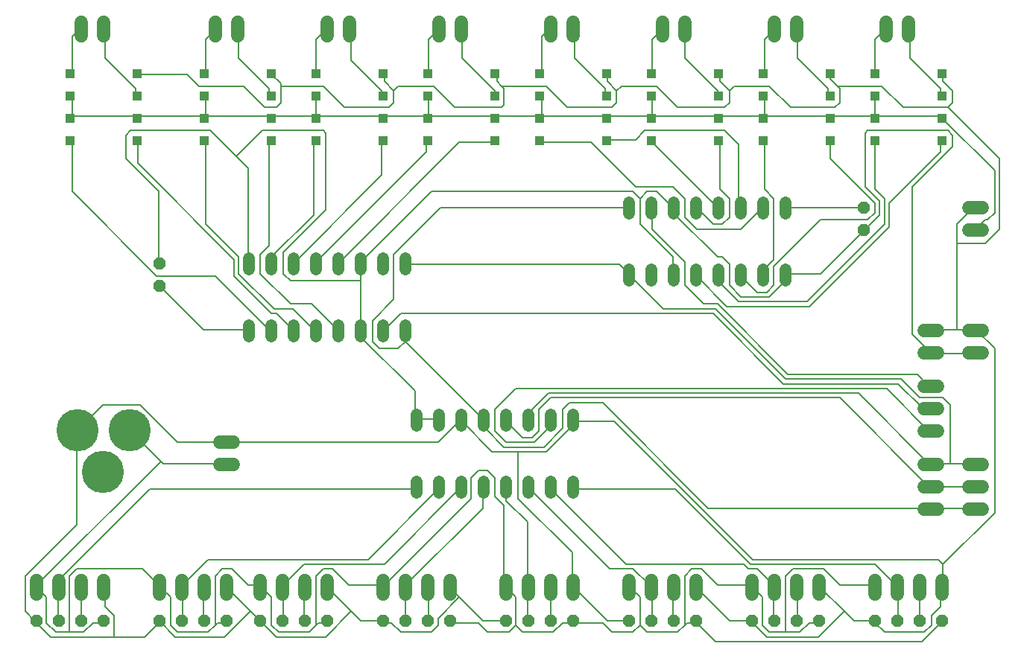
<source format=gbr>
G04 EAGLE Gerber RS-274X export*
G75*
%MOMM*%
%FSLAX34Y34*%
%LPD*%
%INBottom Copper*%
%IPPOS*%
%AMOC8*
5,1,8,0,0,1.08239X$1,22.5*%
G01*
%ADD10C,1.524000*%
%ADD11P,1.429621X8X112.500000*%
%ADD12P,1.429621X8X292.500000*%
%ADD13C,1.320800*%
%ADD14P,1.429621X8X22.500000*%
%ADD15C,4.800000*%
%ADD16R,1.108000X1.108000*%
%ADD17C,0.152400*%


D10*
X1137920Y368300D02*
X1122680Y368300D01*
X1122680Y393700D02*
X1137920Y393700D01*
X1137920Y241300D02*
X1122680Y241300D01*
X1122680Y215900D02*
X1137920Y215900D01*
X1137920Y190500D02*
X1122680Y190500D01*
X1087120Y241300D02*
X1071880Y241300D01*
X1071880Y215900D02*
X1087120Y215900D01*
X1087120Y190500D02*
X1071880Y190500D01*
D11*
X1003300Y508000D03*
X1003300Y533400D03*
D12*
X203200Y469900D03*
X203200Y444500D03*
D10*
X1071880Y330200D02*
X1087120Y330200D01*
X1087120Y304800D02*
X1071880Y304800D01*
X1071880Y279400D02*
X1087120Y279400D01*
X1087120Y368300D02*
X1071880Y368300D01*
X1071880Y393700D02*
X1087120Y393700D01*
D13*
X914400Y526796D02*
X914400Y540004D01*
X889000Y540004D02*
X889000Y526796D01*
X812800Y526796D02*
X812800Y540004D01*
X787400Y540004D02*
X787400Y526796D01*
X863600Y526796D02*
X863600Y540004D01*
X838200Y540004D02*
X838200Y526796D01*
X762000Y526796D02*
X762000Y540004D01*
X736600Y540004D02*
X736600Y526796D01*
X736600Y463804D02*
X736600Y450596D01*
X762000Y450596D02*
X762000Y463804D01*
X787400Y463804D02*
X787400Y450596D01*
X812800Y450596D02*
X812800Y463804D01*
X838200Y463804D02*
X838200Y450596D01*
X863600Y450596D02*
X863600Y463804D01*
X889000Y463804D02*
X889000Y450596D01*
X914400Y450596D02*
X914400Y463804D01*
X304800Y400304D02*
X304800Y387096D01*
X330200Y387096D02*
X330200Y400304D01*
X406400Y400304D02*
X406400Y387096D01*
X431800Y387096D02*
X431800Y400304D01*
X355600Y400304D02*
X355600Y387096D01*
X381000Y387096D02*
X381000Y400304D01*
X457200Y400304D02*
X457200Y387096D01*
X482600Y387096D02*
X482600Y400304D01*
X482600Y463296D02*
X482600Y476504D01*
X457200Y476504D02*
X457200Y463296D01*
X431800Y463296D02*
X431800Y476504D01*
X406400Y476504D02*
X406400Y463296D01*
X381000Y463296D02*
X381000Y476504D01*
X355600Y476504D02*
X355600Y463296D01*
X330200Y463296D02*
X330200Y476504D01*
X304800Y476504D02*
X304800Y463296D01*
D10*
X546100Y728980D02*
X546100Y744220D01*
X520700Y744220D02*
X520700Y728980D01*
X419100Y728980D02*
X419100Y744220D01*
X393700Y744220D02*
X393700Y728980D01*
X1054100Y728980D02*
X1054100Y744220D01*
X1028700Y744220D02*
X1028700Y728980D01*
X927100Y728980D02*
X927100Y744220D01*
X901700Y744220D02*
X901700Y728980D01*
X292100Y728980D02*
X292100Y744220D01*
X266700Y744220D02*
X266700Y728980D01*
X139700Y728980D02*
X139700Y744220D01*
X114300Y744220D02*
X114300Y728980D01*
X800100Y728980D02*
X800100Y744220D01*
X774700Y744220D02*
X774700Y728980D01*
X673100Y728980D02*
X673100Y744220D01*
X647700Y744220D02*
X647700Y728980D01*
D13*
X495300Y222504D02*
X495300Y209296D01*
X520700Y209296D02*
X520700Y222504D01*
X596900Y222504D02*
X596900Y209296D01*
X622300Y209296D02*
X622300Y222504D01*
X546100Y222504D02*
X546100Y209296D01*
X571500Y209296D02*
X571500Y222504D01*
X647700Y222504D02*
X647700Y209296D01*
X673100Y209296D02*
X673100Y222504D01*
X673100Y285496D02*
X673100Y298704D01*
X647700Y298704D02*
X647700Y285496D01*
X622300Y285496D02*
X622300Y298704D01*
X596900Y298704D02*
X596900Y285496D01*
X571500Y285496D02*
X571500Y298704D01*
X546100Y298704D02*
X546100Y285496D01*
X520700Y285496D02*
X520700Y298704D01*
X495300Y298704D02*
X495300Y285496D01*
D10*
X1016000Y109220D02*
X1016000Y93980D01*
X1041400Y93980D02*
X1041400Y109220D01*
X876300Y109220D02*
X876300Y93980D01*
X901700Y93980D02*
X901700Y109220D01*
X736600Y109220D02*
X736600Y93980D01*
X762000Y93980D02*
X762000Y109220D01*
X596900Y109220D02*
X596900Y93980D01*
X622300Y93980D02*
X622300Y109220D01*
X457200Y109220D02*
X457200Y93980D01*
X482600Y93980D02*
X482600Y109220D01*
X317500Y109220D02*
X317500Y93980D01*
X342900Y93980D02*
X342900Y109220D01*
X203200Y109220D02*
X203200Y93980D01*
X228600Y93980D02*
X228600Y109220D01*
X63500Y109220D02*
X63500Y93980D01*
X88900Y93980D02*
X88900Y109220D01*
X1092200Y109220D02*
X1092200Y93980D01*
X1066800Y93980D02*
X1066800Y109220D01*
X952500Y109220D02*
X952500Y93980D01*
X927100Y93980D02*
X927100Y109220D01*
X812800Y109220D02*
X812800Y93980D01*
X787400Y93980D02*
X787400Y109220D01*
X673100Y109220D02*
X673100Y93980D01*
X647700Y93980D02*
X647700Y109220D01*
X533400Y109220D02*
X533400Y93980D01*
X508000Y93980D02*
X508000Y109220D01*
X393700Y109220D02*
X393700Y93980D01*
X368300Y93980D02*
X368300Y109220D01*
X279400Y109220D02*
X279400Y93980D01*
X254000Y93980D02*
X254000Y109220D01*
X139700Y109220D02*
X139700Y93980D01*
X114300Y93980D02*
X114300Y109220D01*
D14*
X1016000Y63500D03*
X1041400Y63500D03*
X508000Y63500D03*
X533400Y63500D03*
X317500Y63500D03*
X342900Y63500D03*
X368300Y63500D03*
X393700Y63500D03*
X203200Y63500D03*
X228600Y63500D03*
X254000Y63500D03*
X279400Y63500D03*
X63500Y63500D03*
X88900Y63500D03*
X114300Y63500D03*
X139700Y63500D03*
X1066800Y63500D03*
X1092200Y63500D03*
X876300Y63500D03*
X901700Y63500D03*
X927100Y63500D03*
X952500Y63500D03*
X736600Y63500D03*
X762000Y63500D03*
X787400Y63500D03*
X812800Y63500D03*
X596900Y63500D03*
X622300Y63500D03*
X647700Y63500D03*
X673100Y63500D03*
X457200Y63500D03*
X482600Y63500D03*
D10*
X1122680Y508000D02*
X1137920Y508000D01*
X1137920Y533400D02*
X1122680Y533400D01*
D15*
X139100Y233400D03*
X169100Y280400D03*
X110100Y280400D03*
D10*
X271780Y241300D02*
X287020Y241300D01*
X287020Y266700D02*
X271780Y266700D01*
D16*
X101600Y685800D03*
X101600Y660400D03*
X101600Y635000D03*
X101600Y609600D03*
X177800Y609600D03*
X177800Y635000D03*
X177800Y660400D03*
X177800Y685800D03*
X254000Y685800D03*
X254000Y660400D03*
X254000Y635000D03*
X254000Y609600D03*
X330200Y609600D03*
X330200Y635000D03*
X330200Y660400D03*
X330200Y685800D03*
X508000Y685800D03*
X508000Y660400D03*
X508000Y635000D03*
X508000Y609600D03*
X584200Y609600D03*
X584200Y635000D03*
X584200Y660400D03*
X584200Y685800D03*
X381000Y685800D03*
X381000Y660400D03*
X381000Y635000D03*
X381000Y609600D03*
X457200Y609600D03*
X457200Y635000D03*
X457200Y660400D03*
X457200Y685800D03*
X1016000Y685800D03*
X1016000Y660400D03*
X1016000Y635000D03*
X1016000Y609600D03*
X1092200Y609600D03*
X1092200Y635000D03*
X1092200Y660400D03*
X1092200Y685800D03*
X889000Y685800D03*
X889000Y660400D03*
X889000Y635000D03*
X889000Y609600D03*
X965200Y609600D03*
X965200Y635000D03*
X965200Y660400D03*
X965200Y685800D03*
X635000Y685800D03*
X635000Y660400D03*
X635000Y635000D03*
X635000Y609600D03*
X711200Y609600D03*
X711200Y635000D03*
X711200Y660400D03*
X711200Y685800D03*
X762000Y685800D03*
X762000Y660400D03*
X762000Y635000D03*
X762000Y609600D03*
X838200Y609600D03*
X838200Y635000D03*
X838200Y660400D03*
X838200Y685800D03*
D17*
X584073Y608076D02*
X544068Y608076D01*
X408051Y472059D01*
X584073Y608076D02*
X584200Y609600D01*
X408051Y472059D02*
X406400Y469900D01*
X506730Y597408D02*
X506730Y608076D01*
X506730Y597408D02*
X381381Y472059D01*
X506730Y608076D02*
X508000Y609600D01*
X381381Y472059D02*
X381000Y469900D01*
X378714Y525399D02*
X378714Y608076D01*
X378714Y525399D02*
X330708Y477393D01*
X330708Y472059D01*
X378714Y608076D02*
X381000Y609600D01*
X330708Y472059D02*
X330200Y469900D01*
X1090803Y597408D02*
X1090803Y608076D01*
X1090803Y597408D02*
X1032129Y538734D01*
X1032129Y512064D01*
X941451Y421386D01*
X848106Y421386D01*
X813435Y456057D01*
X1090803Y608076D02*
X1092200Y609600D01*
X813435Y456057D02*
X812800Y457200D01*
X965454Y589407D02*
X965454Y608076D01*
X965454Y589407D02*
X1016127Y538734D01*
X1016127Y528066D01*
X1008126Y520065D01*
X954786Y520065D01*
X901446Y466725D01*
X901446Y445389D01*
X893445Y437388D01*
X882777Y437388D01*
X864108Y456057D01*
X965454Y608076D02*
X965200Y609600D01*
X863600Y457200D02*
X864108Y456057D01*
X890778Y554736D02*
X890778Y608076D01*
X890778Y554736D02*
X901446Y544068D01*
X901446Y474726D01*
X890778Y464058D01*
X890778Y458724D01*
X890778Y608076D02*
X889000Y609600D01*
X890778Y458724D02*
X889000Y457200D01*
X328041Y490728D02*
X328041Y608076D01*
X328041Y490728D02*
X317373Y480060D01*
X317373Y458724D01*
X352044Y424053D01*
X376047Y424053D01*
X406400Y393700D01*
X328041Y608076D02*
X330200Y609600D01*
X256032Y608076D02*
X256032Y514731D01*
X293370Y477393D01*
X293370Y458724D01*
X333375Y418719D01*
X354711Y418719D01*
X378714Y394716D01*
X256032Y608076D02*
X254000Y609600D01*
X378714Y394716D02*
X381000Y393700D01*
X178689Y584073D02*
X178689Y608076D01*
X178689Y584073D02*
X288036Y474726D01*
X288036Y456057D01*
X330708Y413385D01*
X336042Y413385D01*
X354711Y394716D01*
X178689Y608076D02*
X177800Y609600D01*
X354711Y394716D02*
X355600Y393700D01*
X104013Y552069D02*
X104013Y608076D01*
X104013Y552069D02*
X200025Y456057D01*
X266700Y456057D01*
X328041Y394716D01*
X104013Y608076D02*
X101600Y609600D01*
X328041Y394716D02*
X330200Y393700D01*
X762762Y608076D02*
X837438Y533400D01*
X762762Y608076D02*
X762000Y609600D01*
X837438Y533400D02*
X838200Y533400D01*
X744093Y610743D02*
X712089Y610743D01*
X744093Y610743D02*
X754761Y621411D01*
X845439Y621411D01*
X861441Y605409D01*
X861441Y533400D01*
X712089Y610743D02*
X711200Y609600D01*
X861441Y533400D02*
X863600Y533400D01*
X693420Y608076D02*
X637413Y608076D01*
X693420Y608076D02*
X744093Y557403D01*
X786765Y557403D01*
X800100Y544068D01*
X800100Y522732D01*
X813435Y509397D01*
X864108Y509397D01*
X888111Y533400D01*
X637413Y608076D02*
X635000Y609600D01*
X888111Y533400D02*
X889000Y533400D01*
X304038Y394716D02*
X253365Y394716D01*
X205359Y442722D01*
X304038Y394716D02*
X304800Y393700D01*
X205359Y442722D02*
X203200Y444500D01*
X914400Y533400D02*
X1003300Y533400D01*
X1080135Y192024D02*
X1128141Y192024D01*
X1080135Y192024D02*
X1079500Y190500D01*
X1128141Y192024D02*
X1130300Y190500D01*
X482727Y381381D02*
X482727Y392049D01*
X482727Y381381D02*
X570738Y293370D01*
X482727Y392049D02*
X482600Y393700D01*
X570738Y293370D02*
X571500Y292100D01*
X522732Y533400D02*
X736600Y533400D01*
X522732Y533400D02*
X469392Y480060D01*
X469392Y429387D01*
X445389Y405384D01*
X445389Y381381D01*
X453390Y373380D01*
X474726Y373380D01*
X482727Y381381D01*
X482600Y393700D01*
X826770Y192024D02*
X1077468Y192024D01*
X826770Y192024D02*
X706755Y312039D01*
X669417Y312039D01*
X661416Y304038D01*
X661416Y282702D01*
X640080Y261366D01*
X594741Y261366D01*
X573405Y282702D01*
X573405Y290703D01*
X1077468Y192024D02*
X1079500Y190500D01*
X573405Y290703D02*
X571500Y292100D01*
X762762Y509397D02*
X762762Y533400D01*
X762762Y509397D02*
X800100Y472059D01*
X800100Y445389D01*
X821436Y424053D01*
X837438Y424053D01*
X917448Y344043D01*
X1064133Y344043D01*
X1077468Y330708D01*
X762762Y533400D02*
X762000Y533400D01*
X1077468Y330708D02*
X1079500Y330200D01*
X477393Y413385D02*
X458724Y394716D01*
X477393Y413385D02*
X832104Y413385D01*
X912114Y333375D01*
X1042797Y333375D01*
X1069467Y306705D01*
X1077468Y306705D01*
X458724Y394716D02*
X457200Y393700D01*
X1077468Y306705D02*
X1079500Y304800D01*
X616077Y272034D02*
X597408Y290703D01*
X616077Y272034D02*
X626745Y272034D01*
X634746Y280035D01*
X634746Y304038D01*
X648081Y317373D01*
X976122Y317373D01*
X1077468Y216027D01*
X597408Y290703D02*
X596900Y292100D01*
X1077468Y216027D02*
X1079500Y215900D01*
X1080135Y216027D02*
X1128141Y216027D01*
X1130300Y215900D01*
X1080135Y216027D02*
X1079500Y215900D01*
X114681Y101346D02*
X114681Y64008D01*
X114300Y63500D01*
X114681Y101346D02*
X114300Y101600D01*
X253365Y101346D02*
X253365Y64008D01*
X254000Y63500D01*
X253365Y101346D02*
X254000Y101600D01*
X368046Y101346D02*
X368046Y64008D01*
X368300Y63500D01*
X368046Y101346D02*
X368300Y101600D01*
X509397Y101346D02*
X509397Y64008D01*
X508000Y63500D01*
X509397Y101346D02*
X508000Y101600D01*
X648081Y101346D02*
X648081Y64008D01*
X647700Y63500D01*
X648081Y101346D02*
X647700Y101600D01*
X786765Y101346D02*
X786765Y64008D01*
X787400Y63500D01*
X786765Y101346D02*
X787400Y101600D01*
X928116Y101346D02*
X928116Y64008D01*
X927100Y63500D01*
X928116Y101346D02*
X927100Y101600D01*
X1066800Y101600D02*
X1066800Y63500D01*
X789432Y213360D02*
X674751Y213360D01*
X789432Y213360D02*
X874776Y128016D01*
X1016127Y128016D01*
X1040130Y104013D01*
X674751Y213360D02*
X673100Y215900D01*
X1040130Y104013D02*
X1041400Y101600D01*
X1042797Y101346D02*
X1042797Y64008D01*
X1041400Y63500D01*
X1042797Y101346D02*
X1041400Y101600D01*
X733425Y128016D02*
X648081Y213360D01*
X733425Y128016D02*
X866775Y128016D01*
X872109Y122682D01*
X882777Y122682D01*
X901446Y104013D01*
X648081Y213360D02*
X647700Y215900D01*
X901446Y104013D02*
X901700Y101600D01*
X901446Y101346D02*
X901446Y64008D01*
X901700Y63500D01*
X901446Y101346D02*
X901700Y101600D01*
X762762Y101346D02*
X762762Y64008D01*
X762000Y63500D01*
X762762Y101346D02*
X762000Y101600D01*
X714756Y122682D02*
X624078Y213360D01*
X714756Y122682D02*
X741426Y122682D01*
X760095Y104013D01*
X624078Y213360D02*
X622300Y215900D01*
X760095Y104013D02*
X762000Y101600D01*
X621411Y101346D02*
X621411Y64008D01*
X622300Y63500D01*
X621411Y101346D02*
X622300Y101600D01*
X597408Y200025D02*
X597408Y213360D01*
X597408Y200025D02*
X621411Y176022D01*
X621411Y104013D01*
X597408Y213360D02*
X596900Y215900D01*
X621411Y104013D02*
X622300Y101600D01*
X482727Y101346D02*
X482727Y64008D01*
X482600Y63500D01*
X482727Y101346D02*
X482600Y101600D01*
X570738Y192024D02*
X570738Y213360D01*
X570738Y192024D02*
X482727Y104013D01*
X570738Y213360D02*
X571500Y215900D01*
X482727Y104013D02*
X482600Y101600D01*
X344043Y101346D02*
X344043Y64008D01*
X342900Y63500D01*
X344043Y101346D02*
X342900Y101600D01*
X458724Y128016D02*
X544068Y213360D01*
X458724Y128016D02*
X368046Y128016D01*
X344043Y104013D01*
X544068Y213360D02*
X546100Y215900D01*
X344043Y104013D02*
X342900Y101600D01*
X229362Y101346D02*
X229362Y64008D01*
X228600Y63500D01*
X229362Y101346D02*
X228600Y101600D01*
X440055Y133350D02*
X520065Y213360D01*
X440055Y133350D02*
X258699Y133350D01*
X229362Y104013D01*
X520065Y213360D02*
X520700Y215900D01*
X229362Y104013D02*
X228600Y101600D01*
X88011Y101346D02*
X88011Y64008D01*
X88900Y63500D01*
X88011Y101346D02*
X88900Y101600D01*
X192024Y213360D02*
X493395Y213360D01*
X192024Y213360D02*
X90678Y112014D01*
X90678Y104013D01*
X493395Y213360D02*
X495300Y215900D01*
X90678Y104013D02*
X88900Y101600D01*
X941451Y61341D02*
X952119Y61341D01*
X941451Y61341D02*
X930783Y50673D01*
X914781Y50673D02*
X896112Y50673D01*
X914781Y50673D02*
X930783Y50673D01*
X896112Y50673D02*
X888111Y58674D01*
X888111Y90678D01*
X877443Y101346D01*
X952500Y63500D02*
X952119Y61341D01*
X877443Y101346D02*
X876300Y101600D01*
X976122Y104013D02*
X1013460Y104013D01*
X976122Y104013D02*
X957453Y122682D01*
X922782Y122682D01*
X914781Y114681D01*
X914781Y50673D01*
X1013460Y104013D02*
X1016000Y101600D01*
X565404Y61341D02*
X533400Y61341D01*
X565404Y61341D02*
X576072Y50673D01*
X600075Y50673D01*
X608076Y58674D01*
X608076Y90678D01*
X597408Y101346D01*
X533400Y63500D02*
X533400Y61341D01*
X596900Y101600D02*
X597408Y101346D01*
X661416Y61341D02*
X672084Y61341D01*
X661416Y61341D02*
X650748Y50673D01*
X616077Y50673D01*
X608076Y58674D01*
X672084Y61341D02*
X673100Y63500D01*
X802767Y61341D02*
X810768Y61341D01*
X800100Y58674D02*
X792099Y50673D01*
X800100Y58674D02*
X802767Y61341D01*
X792099Y50673D02*
X757428Y50673D01*
X749427Y58674D01*
X749427Y90678D01*
X738759Y101346D01*
X810768Y61341D02*
X812800Y63500D01*
X738759Y101346D02*
X736600Y101600D01*
X1069467Y40005D02*
X1090803Y61341D01*
X1069467Y40005D02*
X834771Y40005D01*
X813435Y61341D01*
X1090803Y61341D02*
X1092200Y63500D01*
X813435Y61341D02*
X812800Y63500D01*
X706755Y61341D02*
X674751Y61341D01*
X706755Y61341D02*
X717423Y50673D01*
X741426Y50673D01*
X749427Y58674D01*
X674751Y61341D02*
X673100Y63500D01*
X837438Y104013D02*
X874776Y104013D01*
X837438Y104013D02*
X818769Y122682D01*
X808101Y122682D01*
X800100Y114681D01*
X800100Y58674D01*
X874776Y104013D02*
X876300Y101600D01*
X277368Y242697D02*
X208026Y242697D01*
X205359Y245364D02*
X170688Y280035D01*
X205359Y245364D02*
X208026Y242697D01*
X277368Y242697D02*
X279400Y241300D01*
X170688Y280035D02*
X169100Y280400D01*
X384048Y61341D02*
X392049Y61341D01*
X381381Y58674D02*
X373380Y50673D01*
X381381Y58674D02*
X384048Y61341D01*
X373380Y50673D02*
X338709Y50673D01*
X330708Y58674D01*
X330708Y90678D01*
X320040Y101346D01*
X392049Y61341D02*
X393700Y63500D01*
X320040Y101346D02*
X317500Y101600D01*
X418719Y104013D02*
X456057Y104013D01*
X418719Y104013D02*
X400050Y122682D01*
X389382Y122682D01*
X381381Y114681D01*
X381381Y58674D01*
X457200Y101600D02*
X456057Y104013D01*
X138684Y61341D02*
X128016Y61341D01*
X117348Y50673D01*
X101346Y50673D02*
X85344Y50673D01*
X101346Y50673D02*
X117348Y50673D01*
X85344Y50673D02*
X74676Y61341D01*
X74676Y90678D01*
X64008Y101346D01*
X139700Y63500D02*
X138684Y61341D01*
X64008Y101346D02*
X63500Y101600D01*
X269367Y61341D02*
X277368Y61341D01*
X266700Y58674D02*
X258699Y50673D01*
X266700Y58674D02*
X269367Y61341D01*
X258699Y50673D02*
X224028Y50673D01*
X216027Y58674D01*
X216027Y90678D01*
X205359Y101346D01*
X277368Y61341D02*
X279400Y63500D01*
X205359Y101346D02*
X203200Y101600D01*
X101346Y114681D02*
X101346Y50673D01*
X101346Y114681D02*
X109347Y122682D01*
X184023Y122682D01*
X202692Y104013D01*
X203200Y101600D01*
X304038Y104013D02*
X317373Y104013D01*
X304038Y104013D02*
X285369Y122682D01*
X274701Y122682D01*
X266700Y114681D01*
X266700Y58674D01*
X317500Y101600D02*
X317373Y104013D01*
X205359Y245364D02*
X64008Y104013D01*
X63500Y101600D01*
X594741Y104013D02*
X594741Y194691D01*
X584073Y205359D01*
X584073Y226695D01*
X576072Y234696D01*
X565404Y234696D01*
X557403Y226695D01*
X557403Y202692D01*
X458724Y104013D01*
X594741Y104013D02*
X596900Y101600D01*
X458724Y104013D02*
X457200Y101600D01*
X786765Y458724D02*
X786765Y477393D01*
X749427Y514731D01*
X749427Y544068D01*
X757428Y552069D01*
X768096Y552069D01*
X786765Y533400D01*
X786765Y458724D02*
X787400Y457200D01*
X787400Y533400D02*
X786765Y533400D01*
X1080135Y368046D02*
X1128141Y368046D01*
X1080135Y368046D02*
X1079500Y368300D01*
X1128141Y368046D02*
X1130300Y368300D01*
X954786Y458724D02*
X914781Y458724D01*
X954786Y458724D02*
X1002792Y506730D01*
X914781Y458724D02*
X914400Y457200D01*
X1002792Y506730D02*
X1003300Y508000D01*
X1058799Y389382D02*
X1077468Y370713D01*
X1058799Y389382D02*
X1058799Y557403D01*
X1104138Y602742D01*
X1104138Y616077D01*
X1098804Y621411D01*
X1008126Y621411D01*
X1005459Y618744D01*
X1005459Y557403D01*
X1021461Y541401D01*
X1021461Y525399D01*
X1005459Y509397D01*
X1077468Y370713D02*
X1079500Y368300D01*
X1003300Y508000D02*
X1005459Y509397D01*
X789432Y525399D02*
X789432Y533400D01*
X789432Y525399D02*
X837438Y477393D01*
X842772Y477393D01*
X850773Y469392D01*
X850773Y445389D01*
X864108Y432054D01*
X896112Y432054D01*
X912114Y448056D01*
X912114Y456057D01*
X789432Y533400D02*
X787400Y533400D01*
X912114Y456057D02*
X914400Y457200D01*
X202692Y472059D02*
X202692Y552069D01*
X165354Y589407D01*
X165354Y616077D01*
X170688Y621411D01*
X261366Y621411D01*
X290703Y592074D02*
X304038Y578739D01*
X290703Y592074D02*
X261366Y621411D01*
X304038Y578739D02*
X304038Y472059D01*
X203200Y469900D02*
X202692Y472059D01*
X304038Y472059D02*
X304800Y469900D01*
X496062Y293370D02*
X520065Y293370D01*
X496062Y293370D02*
X495300Y292100D01*
X520065Y293370D02*
X520700Y292100D01*
X432054Y450723D02*
X432054Y469392D01*
X432054Y450723D02*
X432054Y394716D01*
X431800Y393700D01*
X432054Y469392D02*
X431800Y469900D01*
X493395Y325374D02*
X493395Y293370D01*
X493395Y325374D02*
X432054Y386715D01*
X432054Y392049D01*
X493395Y293370D02*
X495300Y292100D01*
X432054Y392049D02*
X431800Y393700D01*
X290703Y592074D02*
X320040Y621411D01*
X389382Y621411D01*
X392049Y618744D01*
X392049Y530733D01*
X344043Y482727D01*
X344043Y458724D01*
X352044Y450723D01*
X432054Y450723D01*
X741426Y552069D02*
X749427Y544068D01*
X741426Y552069D02*
X512064Y552069D01*
X432054Y472059D01*
X431800Y469900D01*
X645414Y290703D02*
X645414Y282702D01*
X629412Y266700D01*
X597408Y266700D01*
X584073Y280035D01*
X584073Y304038D01*
X608076Y328041D01*
X1029462Y328041D01*
X1077468Y280035D01*
X647700Y292100D02*
X645414Y290703D01*
X1077468Y280035D02*
X1079500Y279400D01*
X509397Y688086D02*
X509397Y725424D01*
X520065Y736092D01*
X509397Y688086D02*
X508000Y685800D01*
X520065Y736092D02*
X520700Y736600D01*
X381381Y725424D02*
X381381Y688086D01*
X381381Y725424D02*
X392049Y736092D01*
X381381Y688086D02*
X381000Y685800D01*
X392049Y736092D02*
X393700Y736600D01*
X1016127Y608076D02*
X1016127Y554736D01*
X1026795Y544068D01*
X1026795Y514731D01*
X938784Y426720D01*
X861441Y426720D01*
X840105Y448056D01*
X840105Y456057D01*
X1016127Y608076D02*
X1016000Y609600D01*
X840105Y456057D02*
X838200Y457200D01*
X1016127Y688086D02*
X1016127Y725424D01*
X1026795Y736092D01*
X1016127Y688086D02*
X1016000Y685800D01*
X1026795Y736092D02*
X1028700Y736600D01*
X890778Y725424D02*
X890778Y688086D01*
X890778Y725424D02*
X901446Y736092D01*
X890778Y688086D02*
X889000Y685800D01*
X901446Y736092D02*
X901700Y736600D01*
X725424Y469392D02*
X482727Y469392D01*
X725424Y469392D02*
X736092Y458724D01*
X482727Y469392D02*
X482600Y469900D01*
X736092Y458724D02*
X736600Y457200D01*
X624078Y301371D02*
X624078Y293370D01*
X624078Y301371D02*
X645414Y322707D01*
X997458Y322707D01*
X1077468Y242697D01*
X624078Y293370D02*
X622300Y292100D01*
X1077468Y242697D02*
X1079500Y241300D01*
X1080135Y242697D02*
X1101471Y242697D01*
X1128141Y242697D01*
X1130300Y241300D01*
X1080135Y242697D02*
X1079500Y241300D01*
X776097Y418719D02*
X738759Y456057D01*
X776097Y418719D02*
X834771Y418719D01*
X914781Y338709D01*
X1045464Y338709D01*
X1066800Y317373D01*
X1093470Y317373D01*
X1101471Y309372D01*
X1101471Y242697D01*
X738759Y456057D02*
X736600Y457200D01*
X736092Y64008D02*
X712089Y64008D01*
X674751Y101346D01*
X736092Y64008D02*
X736600Y63500D01*
X674751Y101346D02*
X673100Y101600D01*
X581406Y256032D02*
X546735Y290703D01*
X610743Y256032D02*
X642747Y256032D01*
X610743Y256032D02*
X581406Y256032D01*
X642747Y256032D02*
X672084Y285369D01*
X672084Y290703D01*
X546735Y290703D02*
X546100Y292100D01*
X672084Y290703D02*
X673100Y292100D01*
X672084Y141351D02*
X672084Y104013D01*
X672084Y141351D02*
X610743Y202692D01*
X610743Y256032D01*
X672084Y104013D02*
X673100Y101600D01*
X279400Y266700D02*
X224028Y266700D01*
X181356Y309372D01*
X138684Y309372D01*
X112014Y282702D01*
X110100Y280400D01*
X432054Y64008D02*
X456057Y64008D01*
X421386Y74676D02*
X394716Y101346D01*
X421386Y74676D02*
X432054Y64008D01*
X456057Y64008D02*
X457200Y63500D01*
X394716Y101346D02*
X393700Y101600D01*
X570738Y64008D02*
X594741Y64008D01*
X544068Y90678D02*
X533400Y101346D01*
X544068Y90678D02*
X570738Y64008D01*
X594741Y64008D02*
X596900Y63500D01*
X533400Y101346D02*
X533400Y101600D01*
X466725Y61341D02*
X458724Y61341D01*
X466725Y61341D02*
X477393Y50673D01*
X512064Y50673D01*
X520065Y58674D01*
X520065Y66675D01*
X544068Y90678D01*
X458724Y61341D02*
X457200Y63500D01*
X306705Y74676D02*
X280035Y101346D01*
X306705Y74676D02*
X317373Y64008D01*
X317500Y63500D01*
X280035Y101346D02*
X279400Y101600D01*
X80010Y45339D02*
X64008Y61341D01*
X152019Y45339D02*
X186690Y45339D01*
X152019Y45339D02*
X80010Y45339D01*
X186690Y45339D02*
X202692Y61341D01*
X64008Y61341D02*
X63500Y63500D01*
X202692Y61341D02*
X203200Y63500D01*
X141351Y80010D02*
X141351Y101346D01*
X141351Y80010D02*
X152019Y69342D01*
X152019Y45339D01*
X141351Y101346D02*
X139700Y101600D01*
X277368Y45339D02*
X306705Y74676D01*
X277368Y45339D02*
X221361Y45339D01*
X203200Y63500D01*
X392049Y45339D02*
X421386Y74676D01*
X392049Y45339D02*
X336042Y45339D01*
X320040Y61341D01*
X317500Y63500D01*
X109347Y173355D02*
X109347Y280035D01*
X109347Y173355D02*
X50673Y114681D01*
X50673Y74676D01*
X61341Y64008D01*
X109347Y280035D02*
X110100Y280400D01*
X61341Y64008D02*
X63500Y63500D01*
X520065Y266700D02*
X544068Y290703D01*
X520065Y266700D02*
X279400Y266700D01*
X544068Y290703D02*
X546100Y292100D01*
X850773Y64008D02*
X874776Y64008D01*
X850773Y64008D02*
X813435Y101346D01*
X874776Y64008D02*
X876300Y63500D01*
X813435Y101346D02*
X812800Y101600D01*
X992124Y64008D02*
X1013460Y64008D01*
X981456Y74676D02*
X954786Y101346D01*
X981456Y74676D02*
X992124Y64008D01*
X1013460Y64008D02*
X1016000Y63500D01*
X954786Y101346D02*
X952500Y101600D01*
X1090803Y101346D02*
X1090803Y80010D01*
X1080135Y69342D01*
X1080135Y58674D01*
X1072134Y50673D01*
X1026795Y50673D01*
X1016127Y61341D01*
X1090803Y101346D02*
X1092200Y101600D01*
X1016000Y63500D02*
X1016127Y61341D01*
X893445Y45339D02*
X877443Y61341D01*
X893445Y45339D02*
X952119Y45339D01*
X981456Y74676D01*
X877443Y61341D02*
X876300Y63500D01*
X1109472Y394716D02*
X1128141Y394716D01*
X1109472Y394716D02*
X1080135Y394716D01*
X1079500Y393700D01*
X1128141Y394716D02*
X1130300Y393700D01*
X1109472Y514731D02*
X1128141Y533400D01*
X1109472Y493395D02*
X1109472Y394716D01*
X1109472Y493395D02*
X1109472Y514731D01*
X1128141Y533400D02*
X1130300Y533400D01*
X234696Y685419D02*
X178689Y685419D01*
X234696Y685419D02*
X248031Y672084D01*
X298704Y672084D01*
X322707Y648081D01*
X336042Y648081D01*
X341376Y653415D01*
X341376Y672084D02*
X341376Y674751D01*
X341376Y672084D02*
X341376Y653415D01*
X341376Y674751D02*
X330708Y685419D01*
X178689Y685419D02*
X177800Y685800D01*
X330200Y685800D02*
X330708Y685419D01*
X458724Y685419D02*
X458724Y677418D01*
X469392Y666750D01*
X469392Y653415D01*
X464058Y648081D01*
X413385Y648081D01*
X389382Y672084D01*
X341376Y672084D01*
X457200Y685800D02*
X458724Y685419D01*
X586740Y685419D02*
X586740Y677418D01*
X592074Y672084D02*
X594741Y669417D01*
X592074Y672084D02*
X586740Y677418D01*
X594741Y669417D02*
X594741Y650748D01*
X592074Y648081D01*
X538734Y648081D01*
X514731Y672084D01*
X474726Y672084D01*
X469392Y666750D01*
X584200Y685800D02*
X586740Y685419D01*
X712089Y685419D02*
X712089Y677418D01*
X722757Y666750D01*
X722757Y653415D01*
X717423Y648081D01*
X666750Y648081D01*
X642747Y672084D01*
X592074Y672084D01*
X711200Y685800D02*
X712089Y685419D01*
X840105Y685419D02*
X840105Y677418D01*
X850773Y666750D01*
X850773Y653415D01*
X845439Y648081D01*
X792099Y648081D01*
X768096Y672084D01*
X728091Y672084D01*
X722757Y666750D01*
X838200Y685800D02*
X840105Y685419D01*
X965454Y685419D02*
X965454Y680085D01*
X973455Y672084D02*
X976122Y669417D01*
X973455Y672084D02*
X965454Y680085D01*
X976122Y669417D02*
X976122Y653415D01*
X970788Y648081D01*
X920115Y648081D01*
X896112Y672084D01*
X856107Y672084D01*
X850773Y666750D01*
X965200Y685800D02*
X965454Y685419D01*
X1093470Y685419D02*
X1093470Y677418D01*
X1104138Y666750D01*
X1104138Y653415D01*
X1098804Y648081D01*
X1048131Y648081D01*
X1024128Y672084D01*
X973455Y672084D01*
X1092200Y685800D02*
X1093470Y685419D01*
X1109472Y493395D02*
X1141476Y493395D01*
X1157478Y509397D01*
X1157478Y589407D01*
X1098804Y648081D01*
X1093470Y128016D02*
X1093470Y104013D01*
X1093470Y128016D02*
X1152144Y186690D01*
X1152144Y373380D01*
X1130808Y394716D01*
X1093470Y104013D02*
X1092200Y101600D01*
X1130300Y393700D02*
X1130808Y394716D01*
X720090Y290703D02*
X674751Y290703D01*
X720090Y290703D02*
X877443Y133350D01*
X1088136Y133350D01*
X1093470Y128016D01*
X674751Y290703D02*
X673100Y292100D01*
X840105Y637413D02*
X888111Y637413D01*
X840105Y637413D02*
X838200Y635000D01*
X888111Y637413D02*
X889000Y635000D01*
X890778Y637413D02*
X890778Y658749D01*
X889000Y660400D01*
X965454Y637413D02*
X1013460Y637413D01*
X965454Y637413D02*
X965200Y635000D01*
X1013460Y637413D02*
X1016000Y635000D01*
X1016127Y637413D02*
X1016127Y658749D01*
X1016000Y660400D01*
X1016127Y637413D02*
X1090803Y637413D01*
X1092200Y635000D01*
X1016127Y637413D02*
X1016000Y635000D01*
X1141476Y520065D02*
X1130808Y509397D01*
X1141476Y520065D02*
X1144143Y520065D01*
X1152144Y528066D01*
X1152144Y576072D01*
X1093470Y634746D01*
X1130808Y509397D02*
X1130300Y508000D01*
X1093470Y634746D02*
X1092200Y635000D01*
X962787Y637413D02*
X890778Y637413D01*
X889000Y635000D01*
X962787Y637413D02*
X965200Y635000D01*
X634746Y637413D02*
X586740Y637413D01*
X584200Y635000D01*
X634746Y637413D02*
X635000Y635000D01*
X637413Y637413D02*
X637413Y658749D01*
X635000Y660400D01*
X712089Y637413D02*
X760095Y637413D01*
X712089Y637413D02*
X711200Y635000D01*
X760095Y637413D02*
X762000Y635000D01*
X762762Y637413D02*
X762762Y658749D01*
X762000Y660400D01*
X709422Y637413D02*
X637413Y637413D01*
X635000Y635000D01*
X709422Y637413D02*
X711200Y635000D01*
X104013Y637413D02*
X104013Y658749D01*
X101600Y660400D01*
X104013Y637413D02*
X176022Y637413D01*
X177800Y635000D01*
X104013Y637413D02*
X101600Y635000D01*
X458724Y637413D02*
X506730Y637413D01*
X458724Y637413D02*
X457200Y635000D01*
X506730Y637413D02*
X508000Y635000D01*
X509397Y637413D02*
X509397Y658749D01*
X508000Y660400D01*
X256032Y658749D02*
X256032Y637413D01*
X256032Y658749D02*
X254000Y660400D01*
X330708Y637413D02*
X378714Y637413D01*
X330708Y637413D02*
X330200Y635000D01*
X378714Y637413D02*
X381000Y635000D01*
X381381Y637413D02*
X381381Y658749D01*
X381000Y660400D01*
X328041Y637413D02*
X256032Y637413D01*
X254000Y635000D01*
X328041Y637413D02*
X330200Y635000D01*
X381381Y637413D02*
X456057Y637413D01*
X457200Y635000D01*
X381381Y637413D02*
X381000Y635000D01*
X253365Y637413D02*
X178689Y637413D01*
X177800Y635000D01*
X253365Y637413D02*
X254000Y635000D01*
X509397Y637413D02*
X584073Y637413D01*
X584200Y635000D01*
X509397Y637413D02*
X508000Y635000D01*
X762762Y637413D02*
X837438Y637413D01*
X838200Y635000D01*
X762762Y637413D02*
X762000Y635000D01*
X256032Y688086D02*
X256032Y725424D01*
X266700Y736092D01*
X256032Y688086D02*
X254000Y685800D01*
X266700Y736092D02*
X266700Y736600D01*
X104013Y728091D02*
X104013Y688086D01*
X104013Y728091D02*
X112014Y736092D01*
X104013Y688086D02*
X101600Y685800D01*
X112014Y736092D02*
X114300Y736600D01*
X840105Y608076D02*
X840105Y554736D01*
X850773Y544068D01*
X850773Y522732D01*
X842772Y514731D01*
X832104Y514731D01*
X813435Y533400D01*
X840105Y608076D02*
X838200Y609600D01*
X813435Y533400D02*
X812800Y533400D01*
X637413Y688086D02*
X637413Y728091D01*
X645414Y736092D01*
X637413Y688086D02*
X635000Y685800D01*
X645414Y736092D02*
X647700Y736600D01*
X762762Y725424D02*
X762762Y688086D01*
X762762Y725424D02*
X773430Y736092D01*
X762762Y688086D02*
X762000Y685800D01*
X773430Y736092D02*
X774700Y736600D01*
X456057Y608076D02*
X456057Y570738D01*
X357378Y472059D01*
X456057Y608076D02*
X457200Y609600D01*
X357378Y472059D02*
X355600Y469900D01*
X584073Y661416D02*
X584073Y666750D01*
X546735Y704088D01*
X546735Y736092D01*
X584073Y661416D02*
X584200Y660400D01*
X546735Y736092D02*
X546100Y736600D01*
X328041Y669417D02*
X328041Y661416D01*
X328041Y669417D02*
X293370Y704088D01*
X293370Y736092D01*
X328041Y661416D02*
X330200Y660400D01*
X293370Y736092D02*
X292100Y736600D01*
X176022Y669417D02*
X176022Y661416D01*
X176022Y669417D02*
X141351Y704088D01*
X141351Y736092D01*
X176022Y661416D02*
X177800Y660400D01*
X141351Y736092D02*
X139700Y736600D01*
X837438Y666750D02*
X837438Y661416D01*
X837438Y666750D02*
X800100Y704088D01*
X800100Y736600D01*
X837438Y661416D02*
X838200Y660400D01*
X709422Y661416D02*
X709422Y669417D01*
X674751Y704088D01*
X674751Y736092D01*
X709422Y661416D02*
X711200Y660400D01*
X674751Y736092D02*
X673100Y736600D01*
X962787Y669417D02*
X962787Y661416D01*
X962787Y669417D02*
X928116Y704088D01*
X928116Y736092D01*
X962787Y661416D02*
X965200Y660400D01*
X928116Y736092D02*
X927100Y736600D01*
X1090803Y669417D02*
X1090803Y661416D01*
X1090803Y669417D02*
X1056132Y704088D01*
X1056132Y736092D01*
X1090803Y661416D02*
X1092200Y660400D01*
X1056132Y736092D02*
X1054100Y736600D01*
X456057Y666750D02*
X456057Y661416D01*
X456057Y666750D02*
X421386Y701421D01*
X421386Y736092D01*
X456057Y661416D02*
X457200Y660400D01*
X421386Y736092D02*
X419100Y736600D01*
M02*

</source>
